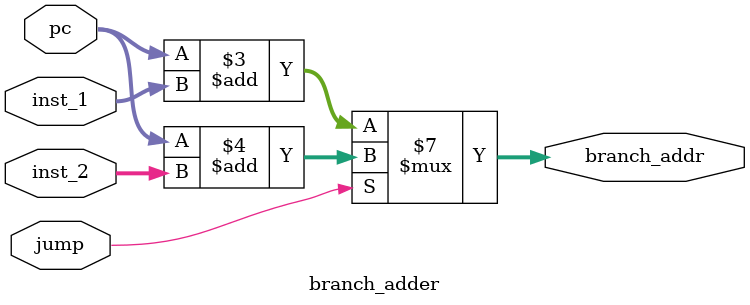
<source format=v>
/* branch_adder.v
 * Adds value to PC based on jump input
 * Written by Daniel Gallegos and Brandon Ortiz
 * CSC142, Fall 2014, CSUS
*/

module branch_adder(inst_1, inst_2, pc, jump, branch_addr);

//Parameters
parameter INST_ADDR_WIDTH = 16;

// I/O ports
input jump;
input [INST_ADDR_WIDTH - 1:0] inst_1, inst_2;
input [INST_ADDR_WIDTH - 1:0] pc;

//Output defined as register
output reg [INST_ADDR_WIDTH-1:0] branch_addr;

initial
begin
    branch_addr = 0;        
end

//Procedural blocks
always @(*)
begin
    if (!jump)
        branch_addr = pc + inst_1;
    else
        branch_addr = pc + inst_2;
end

endmodule

//-----------------------------END OF FILE-------------------------------------

</source>
